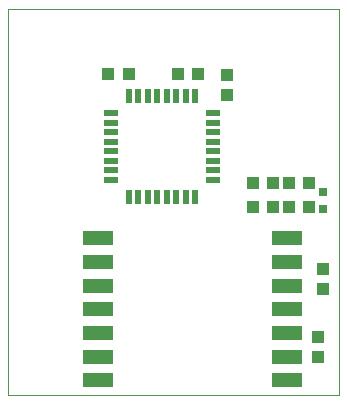
<source format=gtp>
G75*
%MOIN*%
%OFA0B0*%
%FSLAX25Y25*%
%IPPOS*%
%LPD*%
%AMOC8*
5,1,8,0,0,1.08239X$1,22.5*
%
%ADD10C,0.00000*%
%ADD11R,0.10000X0.05000*%
%ADD12R,0.03150X0.03150*%
%ADD13R,0.03937X0.04331*%
%ADD14R,0.04331X0.03937*%
%ADD15R,0.02200X0.05000*%
%ADD16R,0.05000X0.02200*%
D10*
X0001900Y0001794D02*
X0001900Y0130534D01*
X0112136Y0130534D01*
X0112136Y0001794D01*
X0001900Y0001794D01*
D11*
X0031904Y0006853D03*
X0031904Y0014727D03*
X0031904Y0022601D03*
X0031904Y0030475D03*
X0031904Y0038349D03*
X0031904Y0046223D03*
X0031904Y0054097D03*
X0094896Y0054097D03*
X0094896Y0046223D03*
X0094896Y0038349D03*
X0094896Y0030475D03*
X0094896Y0022601D03*
X0094896Y0014727D03*
X0094896Y0006853D03*
D12*
X0106900Y0063772D03*
X0106900Y0069678D03*
D13*
X0102246Y0064475D03*
X0095554Y0064475D03*
X0090246Y0064475D03*
X0083554Y0064475D03*
X0083554Y0072475D03*
X0090246Y0072475D03*
X0106900Y0043821D03*
X0106900Y0037128D03*
X0105150Y0021321D03*
X0105150Y0014628D03*
X0074650Y0101878D03*
X0074650Y0108571D03*
D14*
X0065246Y0108975D03*
X0058554Y0108975D03*
X0041996Y0108975D03*
X0035304Y0108975D03*
X0095554Y0072475D03*
X0102246Y0072475D03*
D15*
X0064174Y0067825D03*
X0061024Y0067825D03*
X0057874Y0067825D03*
X0054725Y0067825D03*
X0051575Y0067825D03*
X0048426Y0067825D03*
X0045276Y0067825D03*
X0042126Y0067825D03*
X0042126Y0101625D03*
X0045276Y0101625D03*
X0048426Y0101625D03*
X0051575Y0101625D03*
X0054725Y0101625D03*
X0057874Y0101625D03*
X0061024Y0101625D03*
X0064174Y0101625D03*
D16*
X0070050Y0095748D03*
X0070050Y0092599D03*
X0070050Y0089449D03*
X0070050Y0086300D03*
X0070050Y0083150D03*
X0070050Y0080000D03*
X0070050Y0076851D03*
X0070050Y0073701D03*
X0036250Y0073701D03*
X0036250Y0076851D03*
X0036250Y0080000D03*
X0036250Y0083150D03*
X0036250Y0086300D03*
X0036250Y0089449D03*
X0036250Y0092599D03*
X0036250Y0095748D03*
M02*

</source>
